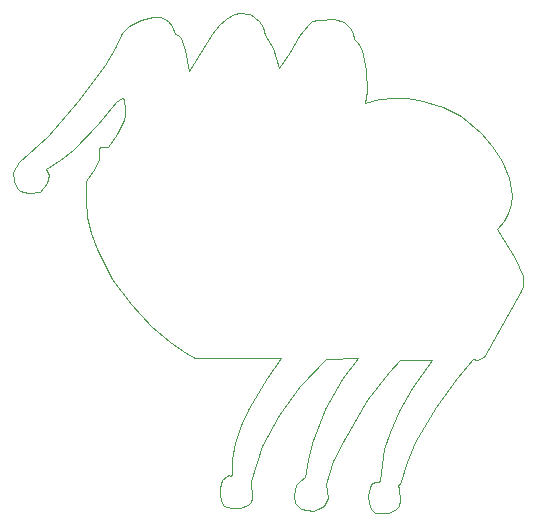
<source format=gbr>
G04 #@! TF.GenerationSoftware,KiCad,Pcbnew,(5.1.5-0-10_14)*
G04 #@! TF.CreationDate,2020-11-19T19:06:25+01:00*
G04 #@! TF.ProjectId,fuzzy-christmas-2020,66757a7a-792d-4636-9872-6973746d6173,rev?*
G04 #@! TF.SameCoordinates,Original*
G04 #@! TF.FileFunction,Profile,NP*
%FSLAX46Y46*%
G04 Gerber Fmt 4.6, Leading zero omitted, Abs format (unit mm)*
G04 Created by KiCad (PCBNEW (5.1.5-0-10_14)) date 2020-11-19 19:06:25*
%MOMM*%
%LPD*%
G04 APERTURE LIST*
%ADD10C,0.100000*%
G04 APERTURE END LIST*
D10*
X206629000Y-68897500D02*
X207443753Y-67765215D01*
X205994000Y-68897500D02*
X206629000Y-68897500D01*
X205867000Y-69088000D02*
X205994000Y-68897500D01*
X205868004Y-69918874D02*
X205867000Y-69088000D01*
X201502560Y-71933174D02*
X200895912Y-72722273D01*
X201422000Y-70739000D02*
X202612740Y-69994326D01*
X201653568Y-71292230D02*
X201422000Y-70739000D01*
X209436811Y-58144864D02*
X210453686Y-57874146D01*
X208445285Y-58616966D02*
X209436811Y-58144864D01*
X207854499Y-59204426D02*
X208445285Y-58616966D01*
X207242083Y-60489966D02*
X207854499Y-59204426D01*
X206378147Y-61932469D02*
X207242083Y-60489966D01*
X204121926Y-65022707D02*
X206378147Y-61932469D01*
X199865544Y-72780063D02*
X199225340Y-72633028D01*
X203727141Y-69133192D02*
X202612740Y-69994326D01*
X205785185Y-66909488D02*
X203727141Y-69133192D01*
X207329397Y-65085182D02*
X205785185Y-66909488D01*
X207801508Y-64723298D02*
X207329397Y-65085182D01*
X207943786Y-64750008D02*
X207801508Y-64723298D01*
X208016392Y-64941854D02*
X207943786Y-64750008D01*
X208128200Y-65655782D02*
X208016392Y-64941854D01*
X208096604Y-66176564D02*
X208128200Y-65655782D01*
X219716381Y-94233098D02*
X218720890Y-97167808D01*
X221133931Y-91542499D02*
X219716381Y-94233098D01*
X222936971Y-89075317D02*
X221133931Y-91542499D01*
X225088929Y-86810860D02*
X222936971Y-89075317D01*
X227788660Y-86739748D02*
X225088929Y-86810860D01*
X226462696Y-88555363D02*
X227788660Y-86739748D01*
X225061825Y-91048173D02*
X226462696Y-88555363D01*
X223918379Y-93917271D02*
X225061825Y-91048173D01*
X223547043Y-95398896D02*
X223918379Y-93917271D01*
X223364688Y-96861753D02*
X223547043Y-95398896D01*
X222901540Y-97134291D02*
X223364688Y-96861753D01*
X222528180Y-97525695D02*
X222901540Y-97134291D01*
X222425413Y-98323126D02*
X222528180Y-97525695D01*
X222522385Y-99034917D02*
X222425413Y-98323126D01*
X222993993Y-99538716D02*
X222522385Y-99034917D01*
X224015139Y-99712166D02*
X222993993Y-99538716D01*
X224465309Y-99565385D02*
X224015139Y-99712166D01*
X224953284Y-99264875D02*
X224465309Y-99565385D01*
X225238123Y-98609651D02*
X224953284Y-99264875D01*
X225078888Y-97398728D02*
X225238123Y-98609651D01*
X225737124Y-95501905D02*
X225078888Y-97398728D01*
X226595925Y-93652612D02*
X225737124Y-95501905D01*
X228589401Y-90337176D02*
X226595925Y-93652612D01*
X230407666Y-87933539D02*
X228589401Y-90337176D01*
X231399074Y-86922815D02*
X230407666Y-87933539D01*
X234046526Y-86942256D02*
X231399074Y-86922815D01*
X232424360Y-89252859D02*
X234046526Y-86942256D01*
X231269626Y-91272029D02*
X232424360Y-89252859D01*
X230502903Y-92998125D02*
X231269626Y-91272029D01*
X230044768Y-94429501D02*
X230502903Y-92998125D01*
X229736584Y-96401528D02*
X230044768Y-94429501D01*
X229709705Y-97174969D02*
X229736584Y-96401528D01*
X229551419Y-97247816D02*
X229709705Y-97174969D01*
X229308987Y-97240532D02*
X229551419Y-97247816D01*
X229036990Y-97323700D02*
X229308987Y-97240532D01*
X228790011Y-97667905D02*
X229036990Y-97323700D01*
X228680031Y-98405371D02*
X228790011Y-97667905D01*
X228726647Y-99019197D02*
X228680031Y-98405371D01*
X228930724Y-99497932D02*
X228726647Y-99019197D01*
X229293125Y-99830124D02*
X228930724Y-99497932D01*
X230345016Y-99858402D02*
X229293125Y-99830124D01*
X230982758Y-99636896D02*
X230345016Y-99858402D01*
X231300069Y-99243077D02*
X230982758Y-99636896D01*
X231390658Y-98754415D02*
X231300069Y-99243077D01*
X231266529Y-97802446D02*
X231390658Y-98754415D01*
X231239238Y-97494081D02*
X231266529Y-97802446D01*
X231360077Y-97400757D02*
X231239238Y-97494081D01*
X231932228Y-95581832D02*
X231360077Y-97400757D01*
X232676030Y-93874228D02*
X231932228Y-95581832D01*
X234451704Y-90856972D02*
X232676030Y-93874228D01*
X236233335Y-88476969D02*
X234451704Y-90856972D01*
X237567157Y-86862197D02*
X236233335Y-88476969D01*
X237920642Y-86904058D02*
X237567157Y-86862197D01*
X238460362Y-86623355D02*
X237920642Y-86904058D01*
X241649187Y-81100148D02*
X238460362Y-86623355D01*
X241811035Y-80688999D02*
X241649187Y-81100148D01*
X241750776Y-79838366D02*
X241811035Y-80688999D01*
X241120183Y-78307589D02*
X241750776Y-79838366D01*
X239571027Y-75856007D02*
X241120183Y-78307589D01*
X240137259Y-75156093D02*
X239571027Y-75856007D01*
X240521878Y-74435067D02*
X240137259Y-75156093D01*
X240742220Y-73700369D02*
X240521878Y-74435067D01*
X240815612Y-72959442D02*
X240742220Y-73700369D01*
X240590883Y-71488665D02*
X240815612Y-72959442D01*
X239986351Y-70082260D02*
X240590883Y-71488665D01*
X199225340Y-72633028D02*
X198945829Y-72324046D01*
X198945829Y-72324046D02*
X198671754Y-71721106D01*
X198638017Y-70956996D02*
X199079514Y-70164506D01*
X200895912Y-72722273D02*
X199865544Y-72780063D01*
X213210147Y-60681811D02*
X213519289Y-62475002D01*
X212842494Y-59673508D02*
X213210147Y-60681811D01*
X212599704Y-59365919D02*
X212842494Y-59673508D01*
X212315438Y-59274893D02*
X212599704Y-59365919D01*
X212051105Y-58619101D02*
X212315438Y-59274893D01*
X211726755Y-58214438D02*
X212051105Y-58619101D01*
X211120517Y-57890837D02*
X211726755Y-58214438D01*
X210453686Y-57874146D02*
X211120517Y-57890837D01*
X239140672Y-68799761D02*
X239986351Y-70082260D01*
X238192505Y-67700694D02*
X239140672Y-68799761D01*
X236543336Y-66290982D02*
X238192505Y-67700694D01*
X235021913Y-65515263D02*
X236543336Y-66290982D01*
X233016085Y-64895762D02*
X235021913Y-65515263D01*
X231899156Y-64727828D02*
X233016085Y-64895762D01*
X230742292Y-64698831D02*
X231899156Y-64727828D01*
X229572546Y-64842062D02*
X230742292Y-64698831D01*
X228416972Y-65190816D02*
X229572546Y-64842062D01*
X228563645Y-64103605D02*
X228416972Y-65190816D01*
X228500845Y-62383318D02*
X228563645Y-64103605D01*
X228152593Y-60696290D02*
X228500845Y-62383318D01*
X227847680Y-60073479D02*
X228152593Y-60696290D01*
X227442910Y-59708861D02*
X227847680Y-60073479D01*
X227396641Y-59212980D02*
X227442910Y-59708861D01*
X227180496Y-58802823D02*
X227396641Y-59212980D01*
X226591102Y-58273432D02*
X227180496Y-58802823D01*
X225799707Y-58054668D02*
X226591102Y-58273432D01*
X224396143Y-58130904D02*
X225799707Y-58054668D01*
X223952140Y-58255128D02*
X224396143Y-58130904D01*
X223552988Y-58543892D02*
X223952140Y-58255128D01*
X222819865Y-59507082D02*
X223552988Y-58543892D01*
X222058024Y-60804551D02*
X222819865Y-59507082D01*
X221128717Y-62220376D02*
X222058024Y-60804551D01*
X220631353Y-60537326D02*
X221128717Y-62220376D01*
X219958903Y-59432274D02*
X220631353Y-60537326D01*
X219750143Y-58718383D02*
X219958903Y-59432274D01*
X219442387Y-58201029D02*
X219750143Y-58718383D01*
X218655562Y-57642922D02*
X219442387Y-58201029D01*
X217849776Y-57531939D02*
X218655562Y-57642922D01*
X217276377Y-57642065D02*
X217849776Y-57531939D01*
X216633237Y-58031139D02*
X217276377Y-57642065D01*
X216077163Y-58560441D02*
X216633237Y-58031139D01*
X215416917Y-59345202D02*
X216077163Y-58560441D01*
X213519289Y-62475002D02*
X215416917Y-59345202D01*
X201653568Y-71292230D02*
X201502560Y-71933174D01*
X207990443Y-66556674D02*
X208096604Y-66176564D01*
X207443753Y-67765215D02*
X207990443Y-66556674D01*
X205555351Y-70617398D02*
X205868004Y-69918874D01*
X204822489Y-71729759D02*
X205555351Y-70617398D01*
X204765561Y-73276237D02*
X204822489Y-71729759D01*
X204910619Y-74765483D02*
X204765561Y-73276237D01*
X205232470Y-76192384D02*
X204910619Y-74765483D01*
X205705920Y-77551821D02*
X205232470Y-76192384D01*
X207006844Y-80047842D02*
X205705920Y-77551821D01*
X208611840Y-82212617D02*
X207006844Y-80047842D01*
X210319361Y-84005214D02*
X208611840Y-82212617D01*
X211927855Y-85384705D02*
X210319361Y-84005214D01*
X213235774Y-86310159D02*
X211927855Y-85384705D01*
X214041568Y-86740646D02*
X213235774Y-86310159D01*
X221270220Y-86779255D02*
X214041568Y-86740646D01*
X220079905Y-88405859D02*
X221270220Y-86779255D01*
X218607122Y-90964260D02*
X220079905Y-88405859D01*
X217943917Y-92419671D02*
X218607122Y-90964260D01*
X217425031Y-93900176D02*
X217943917Y-92419671D01*
X217122105Y-95336485D02*
X217425031Y-93900176D01*
X217106785Y-96659314D02*
X217122105Y-95336485D01*
X217014677Y-96738572D02*
X217106785Y-96659314D01*
X216931290Y-96667140D02*
X217014677Y-96738572D01*
X216734356Y-96694263D02*
X216931290Y-96667140D01*
X216301605Y-97069182D02*
X216734356Y-96694263D01*
X216106228Y-97770428D02*
X216301605Y-97069182D01*
X216116424Y-98448988D02*
X216106228Y-97770428D01*
X216262223Y-98990795D02*
X216116424Y-98448988D01*
X216473656Y-99281780D02*
X216262223Y-98990795D01*
X217054518Y-99418511D02*
X216473656Y-99281780D01*
X217827346Y-99448101D02*
X217054518Y-99418511D01*
X218525795Y-99214049D02*
X217827346Y-99448101D01*
X218763896Y-98949250D02*
X218525795Y-99214049D01*
X218883521Y-98559852D02*
X218763896Y-98949250D01*
X218720890Y-97167808D02*
X218883521Y-98559852D01*
X198671754Y-71721106D02*
X198638017Y-70956996D01*
X201538246Y-67943824D02*
X204121926Y-65022707D01*
X199079514Y-70164506D02*
X201538246Y-67943824D01*
M02*

</source>
